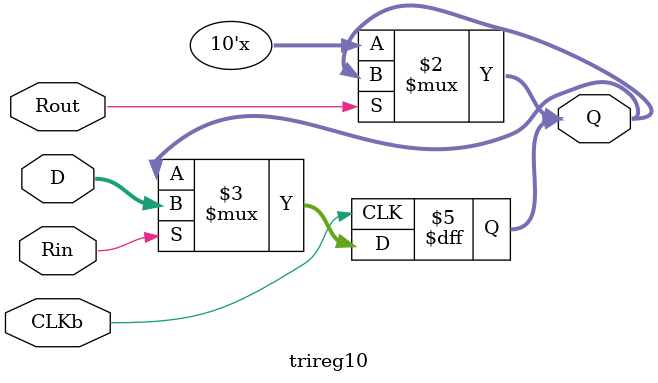
<source format=sv>
module trireg10(
    input logic [9:0] D,
    input logic CLKb, Rin, Rout,
    output logic [9:0] Q
);
    // Write operation
    always_ff @(posedge CLKb) begin
        if (Rin) begin
            Q <= D;
        end
    end

    // Read operation (combinational with tri-state output)
    assign Q = Rout ? Q : 10'bz;
endmodule

/*
z: This is the actual value being assigned to the 10-bit number. 
In Verilog, z represents a high-impedance state. It's used in digital circuit design 
to indicate that a line is effectively disconnected from the circuit.
This state is neither 0 (low) nor 1 (high); it's as if the line is not driving any value.

In a tri-state bus or signal context, where multiple components
can drive the value on the same line, the z state is crucial. 
It allows a component to "disconnect" itself from the bus, ensuring that it does not 
interfere with other components that might be driving a value on the bus. 
When all components connected to a bus are in the high-impedance state (z), 
the bus itself is in a high-impedance state.

For instance, in a register file, when a particular register is not selected for reading,
its output is set to 10'bz. This means that the register disconnects itself from the output bus, 
allowing other registers to drive their values onto the bus without contention.















</source>
